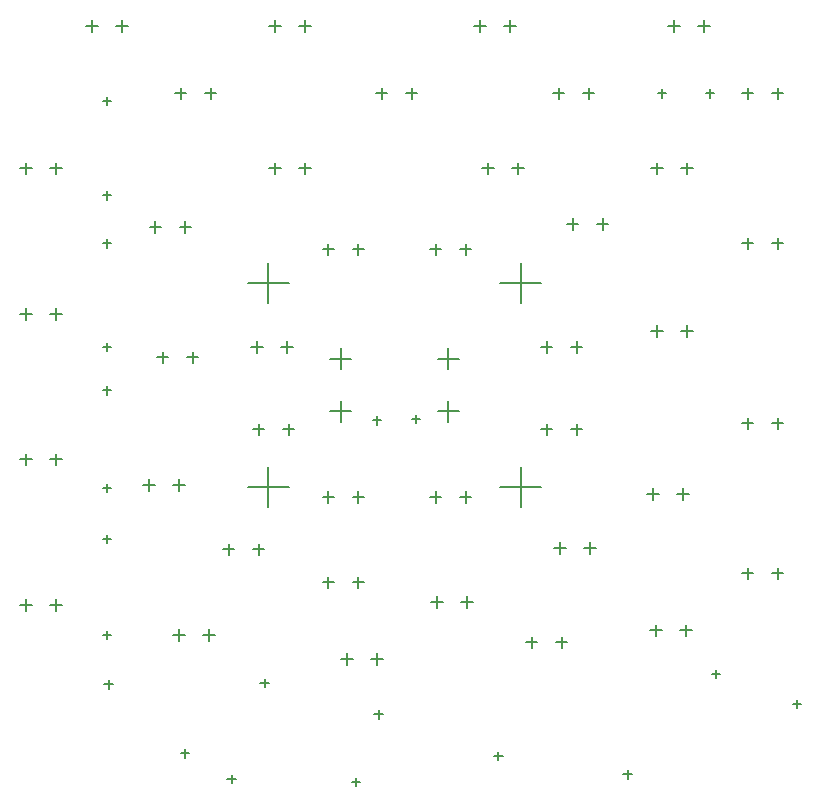
<source format=gbr>
%TF.GenerationSoftware,Altium Limited,Altium Designer,19.0.10 (269)*%
G04 Layer_Color=128*
%FSLAX26Y26*%
%MOIN*%
%TF.FileFunction,Drillmap*%
%TF.Part,Single*%
G01*
G75*
%TA.AperFunction,NonConductor*%
%ADD46C,0.005000*%
D46*
X1138307Y1830000D02*
X1176890D01*
X1157598Y1810709D02*
Y1849291D01*
X1238307Y1830000D02*
X1276890D01*
X1257598Y1810709D02*
Y1849291D01*
X1730532Y1037402D02*
X1865532D01*
X1798032Y969902D02*
Y1104902D01*
X890374Y1037402D02*
X1025374D01*
X957874Y969902D02*
Y1104902D01*
X890374Y1718504D02*
X1025374D01*
X957874Y1651004D02*
Y1786004D01*
X1730532Y1718504D02*
X1865532D01*
X1798032Y1651004D02*
Y1786004D01*
X1163780Y1290354D02*
X1233071D01*
X1198425Y1255709D02*
Y1325000D01*
X1522835Y1290354D02*
X1592126D01*
X1557480Y1255709D02*
Y1325000D01*
X1163780Y1465551D02*
X1233071D01*
X1198425Y1430906D02*
Y1500197D01*
X1522835Y1465551D02*
X1592126D01*
X1557480Y1430906D02*
Y1500197D01*
X2290709Y2575000D02*
X2329291D01*
X2310000Y2555709D02*
Y2594291D01*
X2390709Y2575000D02*
X2429291D01*
X2410000Y2555709D02*
Y2594291D01*
X1644042Y2575000D02*
X1682624D01*
X1663333Y2555709D02*
Y2594291D01*
X1744042Y2575000D02*
X1782624D01*
X1763333Y2555709D02*
Y2594291D01*
X960709Y2575000D02*
X999291D01*
X980000Y2555709D02*
Y2594291D01*
X1060709Y2575000D02*
X1099291D01*
X1080000Y2555709D02*
Y2594291D01*
X1865709Y1505000D02*
X1904291D01*
X1885000Y1485709D02*
Y1524291D01*
X1965709Y1505000D02*
X2004291D01*
X1985000Y1485709D02*
Y1524291D01*
X1865709Y1230000D02*
X1904291D01*
X1885000Y1210709D02*
Y1249291D01*
X1965709Y1230000D02*
X2004291D01*
X1985000Y1210709D02*
Y1249291D01*
X1138307Y720000D02*
X1176890D01*
X1157598Y700709D02*
Y739291D01*
X1238307Y720000D02*
X1276890D01*
X1257598Y700709D02*
Y739291D01*
X1200709Y465000D02*
X1239291D01*
X1220000Y445709D02*
Y484291D01*
X1300709Y465000D02*
X1339291D01*
X1320000Y445709D02*
Y484291D01*
X905709Y1230000D02*
X944291D01*
X925000Y1210709D02*
Y1249291D01*
X1005709Y1230000D02*
X1044291D01*
X1025000Y1210709D02*
Y1249291D01*
X900709Y1505000D02*
X939291D01*
X920000Y1485709D02*
Y1524291D01*
X1000709Y1505000D02*
X1039291D01*
X1020000Y1485709D02*
Y1524291D01*
X745709Y2350000D02*
X784291D01*
X765000Y2330709D02*
Y2369291D01*
X645709Y2350000D02*
X684291D01*
X665000Y2330709D02*
Y2369291D01*
X450709Y2575000D02*
X489291D01*
X470000Y2555709D02*
Y2594291D01*
X350709Y2575000D02*
X389291D01*
X370000Y2555709D02*
Y2594291D01*
X2005709Y2350000D02*
X2044291D01*
X2025000Y2330709D02*
Y2369291D01*
X1905709Y2350000D02*
X1944291D01*
X1925000Y2330709D02*
Y2369291D01*
X2635709Y2350000D02*
X2674291D01*
X2655000Y2330709D02*
Y2369291D01*
X2535709Y2350000D02*
X2574291D01*
X2555000Y2330709D02*
Y2369291D01*
X1415709Y2350000D02*
X1454291D01*
X1435000Y2330709D02*
Y2369291D01*
X1315709Y2350000D02*
X1354291D01*
X1335000Y2330709D02*
Y2369291D01*
X2052375Y1915000D02*
X2090958D01*
X2071667Y1895709D02*
Y1934291D01*
X1952375Y1915000D02*
X1990958D01*
X1971667Y1895709D02*
Y1934291D01*
X1595709Y1830000D02*
X1634291D01*
X1615000Y1810709D02*
Y1849291D01*
X1495709Y1830000D02*
X1534291D01*
X1515000Y1810709D02*
Y1849291D01*
X661542Y1905000D02*
X700125D01*
X680833Y1885709D02*
Y1924291D01*
X561542Y1905000D02*
X600125D01*
X580833Y1885709D02*
Y1924291D01*
X2334042Y2100000D02*
X2372624D01*
X2353333Y2080709D02*
Y2119291D01*
X2234042Y2100000D02*
X2272624D01*
X2253333Y2080709D02*
Y2119291D01*
X1770708Y2100000D02*
X1809291D01*
X1790000Y2080709D02*
Y2119291D01*
X1670708Y2100000D02*
X1709291D01*
X1690000Y2080709D02*
Y2119291D01*
X1060709Y2100000D02*
X1099291D01*
X1080000Y2080709D02*
Y2119291D01*
X960709Y2100000D02*
X999291D01*
X980000Y2080709D02*
Y2119291D01*
X230709Y2100000D02*
X269291D01*
X250000Y2080709D02*
Y2119291D01*
X130709Y2100000D02*
X169291D01*
X150000Y2080709D02*
Y2119291D01*
X2334042Y1557500D02*
X2372624D01*
X2353333Y1538209D02*
Y1576791D01*
X2234042Y1557500D02*
X2272624D01*
X2253333Y1538209D02*
Y1576791D01*
X685709Y1470000D02*
X724291D01*
X705000Y1450709D02*
Y1489291D01*
X585709Y1470000D02*
X624291D01*
X605000Y1450709D02*
Y1489291D01*
X2635709Y1850000D02*
X2674291D01*
X2655000Y1830709D02*
Y1869291D01*
X2535709Y1850000D02*
X2574291D01*
X2555000Y1830709D02*
Y1869291D01*
X230709Y1615000D02*
X269291D01*
X250000Y1595709D02*
Y1634291D01*
X130709Y1615000D02*
X169291D01*
X150000Y1595709D02*
Y1634291D01*
X2320709Y1015000D02*
X2359291D01*
X2340000Y995709D02*
Y1034291D01*
X2220709Y1015000D02*
X2259291D01*
X2240000Y995709D02*
Y1034291D01*
X2010709Y835000D02*
X2049291D01*
X2030000Y815709D02*
Y854291D01*
X1910709Y835000D02*
X1949291D01*
X1930000Y815709D02*
Y854291D01*
X905709Y830000D02*
X944291D01*
X925000Y810709D02*
Y849291D01*
X805709Y830000D02*
X844291D01*
X825000Y810709D02*
Y849291D01*
X640709Y1045000D02*
X679291D01*
X660000Y1025709D02*
Y1064291D01*
X540709Y1045000D02*
X579291D01*
X560000Y1025709D02*
Y1064291D01*
X2635709Y1250000D02*
X2674291D01*
X2655000Y1230709D02*
Y1269291D01*
X2535709Y1250000D02*
X2574291D01*
X2555000Y1230709D02*
Y1269291D01*
X1595709Y1005000D02*
X1634291D01*
X1615000Y985709D02*
Y1024291D01*
X1495709Y1005000D02*
X1534291D01*
X1515000Y985709D02*
Y1024291D01*
X1238307Y1005000D02*
X1276890D01*
X1257598Y985709D02*
Y1024291D01*
X1138307Y1005000D02*
X1176890D01*
X1157598Y985709D02*
Y1024291D01*
X230709Y1130000D02*
X269291D01*
X250000Y1110709D02*
Y1149291D01*
X130709Y1130000D02*
X169291D01*
X150000Y1110709D02*
Y1149291D01*
X2330709Y560000D02*
X2369291D01*
X2350000Y540709D02*
Y579291D01*
X2230709Y560000D02*
X2269291D01*
X2250000Y540709D02*
Y579291D01*
X1915709Y520000D02*
X1954291D01*
X1935000Y500709D02*
Y539291D01*
X1815709Y520000D02*
X1854291D01*
X1835000Y500709D02*
Y539291D01*
X740709Y545000D02*
X779291D01*
X760000Y525709D02*
Y564291D01*
X640709Y545000D02*
X679291D01*
X660000Y525709D02*
Y564291D01*
X2635709Y750000D02*
X2674291D01*
X2655000Y730709D02*
Y769291D01*
X2535709Y750000D02*
X2574291D01*
X2555000Y730709D02*
Y769291D01*
X1600709Y655000D02*
X1639291D01*
X1620000Y635709D02*
Y674291D01*
X1500709Y655000D02*
X1539291D01*
X1520000Y635709D02*
Y674291D01*
X230709Y645000D02*
X269291D01*
X250000Y625709D02*
Y664291D01*
X130709Y645000D02*
X169291D01*
X150000Y625709D02*
Y664291D01*
X1710409Y141732D02*
X1738409D01*
X1724409Y127732D02*
Y155732D01*
X2436000Y415000D02*
X2464000D01*
X2450000Y401000D02*
Y429000D01*
X2706000Y315000D02*
X2734000D01*
X2720000Y301000D02*
Y329000D01*
X1306000Y1260000D02*
X1334000D01*
X1320000Y1246000D02*
Y1274000D01*
X1436000Y1265000D02*
X1464000D01*
X1450000Y1251000D02*
Y1279000D01*
X1311000Y280000D02*
X1339000D01*
X1325000Y266000D02*
Y294000D01*
X931000Y385000D02*
X959000D01*
X945000Y371000D02*
Y399000D01*
X1236000Y55000D02*
X1264000D01*
X1250000Y41000D02*
Y69000D01*
X821000Y65000D02*
X849000D01*
X835000Y51000D02*
Y79000D01*
X666000Y150000D02*
X694000D01*
X680000Y136000D02*
Y164000D01*
X406000Y2325000D02*
X434000D01*
X420000Y2311000D02*
Y2339000D01*
X2141000Y80000D02*
X2169000D01*
X2155000Y66000D02*
Y94000D01*
X406000Y2010000D02*
X434000D01*
X420000Y1996000D02*
Y2024000D01*
X406000Y1850000D02*
X434000D01*
X420000Y1836000D02*
Y1864000D01*
X406000Y1505000D02*
X434000D01*
X420000Y1491000D02*
Y1519000D01*
X406000Y1360000D02*
X434000D01*
X420000Y1346000D02*
Y1374000D01*
X406000Y1035000D02*
X434000D01*
X420000Y1021000D02*
Y1049000D01*
X406000Y865000D02*
X434000D01*
X420000Y851000D02*
Y879000D01*
X406000Y545000D02*
X434000D01*
X420000Y531000D02*
Y559000D01*
X411000Y380000D02*
X439000D01*
X425000Y366000D02*
Y394000D01*
X2416000Y2350000D02*
X2444000D01*
X2430000Y2336000D02*
Y2364000D01*
X2256000Y2350000D02*
X2284000D01*
X2270000Y2336000D02*
Y2364000D01*
%TF.MD5,c269f802511bd670139c835f1d9a295b*%
M02*

</source>
